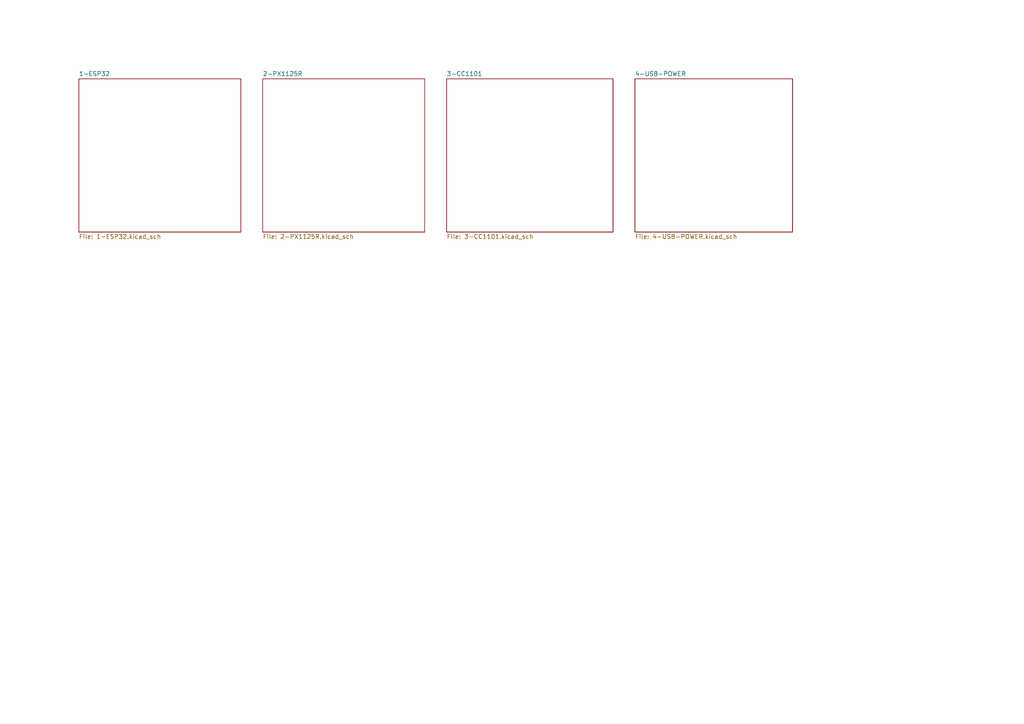
<source format=kicad_sch>
(kicad_sch (version 20211123) (generator eeschema)

  (uuid 96c056ad-cb9d-4deb-9b9f-d1b3f9e5d43b)

  (paper "A4")

  (title_block
    (title "Main")
    (date "2022-08-09")
    (rev "1.0")
    (comment 1 "DRAFT")
  )

  (lib_symbols
  )


  (sheet (at 76.2 22.86) (size 46.99 44.45) (fields_autoplaced)
    (stroke (width 0.1524) (type solid) (color 0 0 0 0))
    (fill (color 0 0 0 0.0000))
    (uuid 38f52161-1333-44b4-9c50-86ae0191c2b0)
    (property "Sheet name" "2-PX1125R" (id 0) (at 76.2 22.1484 0)
      (effects (font (size 1.27 1.27)) (justify left bottom))
    )
    (property "Sheet file" "2-PX1125R.kicad_sch" (id 1) (at 76.2 67.8946 0)
      (effects (font (size 1.27 1.27)) (justify left top))
    )
  )

  (sheet (at 129.54 22.86) (size 48.26 44.45) (fields_autoplaced)
    (stroke (width 0.1524) (type solid) (color 0 0 0 0))
    (fill (color 0 0 0 0.0000))
    (uuid ab41fe6b-a93c-4842-a4d8-c4b6584e1268)
    (property "Sheet name" "3-CC1101" (id 0) (at 129.54 22.1484 0)
      (effects (font (size 1.27 1.27)) (justify left bottom))
    )
    (property "Sheet file" "3-CC1101.kicad_sch" (id 1) (at 129.54 67.8946 0)
      (effects (font (size 1.27 1.27)) (justify left top))
    )
  )

  (sheet (at 184.15 22.86) (size 45.72 44.45) (fields_autoplaced)
    (stroke (width 0.1524) (type solid) (color 0 0 0 0))
    (fill (color 0 0 0 0.0000))
    (uuid b77cd1c4-2a35-48a0-9d36-d58e2c9989fe)
    (property "Sheet name" "4-USB-POWER" (id 0) (at 184.15 22.1484 0)
      (effects (font (size 1.27 1.27)) (justify left bottom))
    )
    (property "Sheet file" "4-USB-POWER.kicad_sch" (id 1) (at 184.15 67.8946 0)
      (effects (font (size 1.27 1.27)) (justify left top))
    )
  )

  (sheet (at 22.86 22.86) (size 46.99 44.45) (fields_autoplaced)
    (stroke (width 0.1524) (type solid) (color 0 0 0 0))
    (fill (color 0 0 0 0.0000))
    (uuid ec87226c-94a8-4d87-8468-25f6cffd35b3)
    (property "Sheet name" "1-ESP32" (id 0) (at 22.86 22.1484 0)
      (effects (font (size 1.27 1.27)) (justify left bottom))
    )
    (property "Sheet file" "1-ESP32.kicad_sch" (id 1) (at 22.86 67.8946 0)
      (effects (font (size 1.27 1.27)) (justify left top))
    )
  )

  (sheet_instances
    (path "/" (page "1"))
    (path "/ec87226c-94a8-4d87-8468-25f6cffd35b3" (page "2"))
    (path "/38f52161-1333-44b4-9c50-86ae0191c2b0" (page "3"))
    (path "/ab41fe6b-a93c-4842-a4d8-c4b6584e1268" (page "4"))
    (path "/b77cd1c4-2a35-48a0-9d36-d58e2c9989fe" (page "5"))
  )

  (symbol_instances
    (path "/38f52161-1333-44b4-9c50-86ae0191c2b0/06e865ad-731a-4d1c-8c81-0b3cabf82c61"
      (reference "#PWR?") (unit 1) (value "VCC") (footprint "")
    )
    (path "/b77cd1c4-2a35-48a0-9d36-d58e2c9989fe/0a87c131-a79a-407d-b614-fa7ad4849c81"
      (reference "#PWR?") (unit 1) (value "GND") (footprint "")
    )
    (path "/ec87226c-94a8-4d87-8468-25f6cffd35b3/0f4802a2-87f9-4cf1-a109-ea8fcf7b9c9b"
      (reference "#PWR?") (unit 1) (value "VCC") (footprint "")
    )
    (path "/38f52161-1333-44b4-9c50-86ae0191c2b0/0f667c05-0dc0-4715-bbd0-775281fa2aed"
      (reference "#PWR?") (unit 1) (value "GND") (footprint "")
    )
    (path "/b77cd1c4-2a35-48a0-9d36-d58e2c9989fe/10ef2eea-d21e-4efa-b5ba-6f7a9aa414d0"
      (reference "#PWR?") (unit 1) (value "+5V_PI") (footprint "")
    )
    (path "/ec87226c-94a8-4d87-8468-25f6cffd35b3/1322a8bf-1da7-41fd-a22a-eed724dbef68"
      (reference "#PWR?") (unit 1) (value "+5V_PI") (footprint "")
    )
    (path "/b77cd1c4-2a35-48a0-9d36-d58e2c9989fe/1c495cb8-38b9-4c18-8233-42ca61cd6d07"
      (reference "#PWR?") (unit 1) (value "GND") (footprint "")
    )
    (path "/ec87226c-94a8-4d87-8468-25f6cffd35b3/1f9066e6-a086-4a14-833d-536bb6e0fc46"
      (reference "#PWR?") (unit 1) (value "GND") (footprint "")
    )
    (path "/b77cd1c4-2a35-48a0-9d36-d58e2c9989fe/308fe9a7-16b5-4e7e-ad50-732e6764d066"
      (reference "#PWR?") (unit 1) (value "GND") (footprint "")
    )
    (path "/b77cd1c4-2a35-48a0-9d36-d58e2c9989fe/30acfc95-c54e-4f60-9078-dc539dcd0190"
      (reference "#PWR?") (unit 1) (value "GND") (footprint "")
    )
    (path "/ab41fe6b-a93c-4842-a4d8-c4b6584e1268/3a7fbaaa-a31f-4a63-8ada-c5c228710797"
      (reference "#PWR?") (unit 1) (value "GND") (footprint "")
    )
    (path "/ec87226c-94a8-4d87-8468-25f6cffd35b3/3e23b7ca-134d-44e2-9b7f-d23951fe28f0"
      (reference "#PWR?") (unit 1) (value "GND") (footprint "")
    )
    (path "/38f52161-1333-44b4-9c50-86ae0191c2b0/42968043-7457-4a0f-a0f6-bb81e701b916"
      (reference "#PWR?") (unit 1) (value "GND") (footprint "")
    )
    (path "/ab41fe6b-a93c-4842-a4d8-c4b6584e1268/45f479b8-3cf7-4e95-8d6e-1ce8af073ac8"
      (reference "#PWR?") (unit 1) (value "GND") (footprint "")
    )
    (path "/b77cd1c4-2a35-48a0-9d36-d58e2c9989fe/47c838df-b329-42e9-9405-1f0e891b40d3"
      (reference "#PWR?") (unit 1) (value "GND") (footprint "")
    )
    (path "/b77cd1c4-2a35-48a0-9d36-d58e2c9989fe/49691bef-a948-4b4e-a7bf-a6663ea88eed"
      (reference "#PWR?") (unit 1) (value "VCC") (footprint "")
    )
    (path "/ab41fe6b-a93c-4842-a4d8-c4b6584e1268/58b821a6-7ac3-4a8e-9527-c2fc91dc3da9"
      (reference "#PWR?") (unit 1) (value "GND") (footprint "")
    )
    (path "/ab41fe6b-a93c-4842-a4d8-c4b6584e1268/5f8dc796-8090-44bb-996e-89556633565b"
      (reference "#PWR?") (unit 1) (value "GND") (footprint "")
    )
    (path "/b77cd1c4-2a35-48a0-9d36-d58e2c9989fe/627fa2a3-221f-472e-8dbe-fc3420141abb"
      (reference "#PWR?") (unit 1) (value "GND") (footprint "")
    )
    (path "/38f52161-1333-44b4-9c50-86ae0191c2b0/7918d191-7d60-4c60-bf53-8f4d2c9b5995"
      (reference "#PWR?") (unit 1) (value "GND") (footprint "")
    )
    (path "/b77cd1c4-2a35-48a0-9d36-d58e2c9989fe/796a7ed8-7aa0-447e-a043-a191d9fe2c43"
      (reference "#PWR?") (unit 1) (value "VCC") (footprint "")
    )
    (path "/b77cd1c4-2a35-48a0-9d36-d58e2c9989fe/956a761c-ec07-4656-b82a-61a4d6ac3a06"
      (reference "#PWR?") (unit 1) (value "VBUS") (footprint "")
    )
    (path "/ec87226c-94a8-4d87-8468-25f6cffd35b3/97080ea4-c4de-471c-8ea7-d7c401432a43"
      (reference "#PWR?") (unit 1) (value "GND") (footprint "")
    )
    (path "/ab41fe6b-a93c-4842-a4d8-c4b6584e1268/9e804ddb-1b2e-46e3-bc76-8a19cc3a3ed6"
      (reference "#PWR?") (unit 1) (value "GND") (footprint "")
    )
    (path "/b77cd1c4-2a35-48a0-9d36-d58e2c9989fe/a04da44a-333b-4633-a5b9-c43096200f2e"
      (reference "#PWR?") (unit 1) (value "VCC") (footprint "")
    )
    (path "/38f52161-1333-44b4-9c50-86ae0191c2b0/a7f2f97e-a935-4581-9633-7771b168c7c1"
      (reference "#PWR?") (unit 1) (value "VCC") (footprint "")
    )
    (path "/b77cd1c4-2a35-48a0-9d36-d58e2c9989fe/b06edd20-4529-4671-8461-169494859b7e"
      (reference "#PWR?") (unit 1) (value "GND") (footprint "")
    )
    (path "/38f52161-1333-44b4-9c50-86ae0191c2b0/b5784328-626c-42d7-9406-0174450e197e"
      (reference "#PWR?") (unit 1) (value "GND") (footprint "")
    )
    (path "/ec87226c-94a8-4d87-8468-25f6cffd35b3/bad47ab8-2df4-4db3-ba87-936329c17348"
      (reference "#PWR?") (unit 1) (value "GND") (footprint "")
    )
    (path "/ab41fe6b-a93c-4842-a4d8-c4b6584e1268/bb74183e-90bc-47ee-a735-c8d6c6db4866"
      (reference "#PWR?") (unit 1) (value "GND") (footprint "")
    )
    (path "/38f52161-1333-44b4-9c50-86ae0191c2b0/bd0722fa-0642-418a-a9e3-6beb5850c67d"
      (reference "#PWR?") (unit 1) (value "GND") (footprint "")
    )
    (path "/b77cd1c4-2a35-48a0-9d36-d58e2c9989fe/c090fbf4-fdf5-4236-bcd9-2dfc6be6e88e"
      (reference "#PWR?") (unit 1) (value "VBUS") (footprint "")
    )
    (path "/ab41fe6b-a93c-4842-a4d8-c4b6584e1268/c233ca3e-f5c4-4e75-b858-bc299d2adc86"
      (reference "#PWR?") (unit 1) (value "GND") (footprint "")
    )
    (path "/ec87226c-94a8-4d87-8468-25f6cffd35b3/c448cff1-ad21-4bee-bc9a-8bf5e8421db0"
      (reference "#PWR?") (unit 1) (value "GND") (footprint "")
    )
    (path "/b77cd1c4-2a35-48a0-9d36-d58e2c9989fe/ca501d75-5688-47da-97c0-1d358243cb38"
      (reference "#PWR?") (unit 1) (value "GND") (footprint "")
    )
    (path "/38f52161-1333-44b4-9c50-86ae0191c2b0/d1c2e1d1-8c72-4dce-b9b4-63b32c4b1040"
      (reference "#PWR?") (unit 1) (value "GND") (footprint "")
    )
    (path "/38f52161-1333-44b4-9c50-86ae0191c2b0/d1e91a7e-8b62-48d4-b10d-4a20d21b9438"
      (reference "#PWR?") (unit 1) (value "GND") (footprint "")
    )
    (path "/38f52161-1333-44b4-9c50-86ae0191c2b0/d200a536-5fd1-4210-8cea-d88e729103ca"
      (reference "#PWR?") (unit 1) (value "GND") (footprint "")
    )
    (path "/ab41fe6b-a93c-4842-a4d8-c4b6584e1268/d34a61ba-f276-4f94-a06d-6bf6968ace4c"
      (reference "#PWR?") (unit 1) (value "GND") (footprint "")
    )
    (path "/b77cd1c4-2a35-48a0-9d36-d58e2c9989fe/d754b37e-18a6-499a-bb91-8c03c06e6e2f"
      (reference "#PWR?") (unit 1) (value "GND") (footprint "")
    )
    (path "/b77cd1c4-2a35-48a0-9d36-d58e2c9989fe/df9db88a-2275-47f6-8805-e6cf72cd3586"
      (reference "#PWR?") (unit 1) (value "VBUS") (footprint "")
    )
    (path "/ab41fe6b-a93c-4842-a4d8-c4b6584e1268/e71291bf-1e3f-4593-ba78-243e7f0946a4"
      (reference "#PWR?") (unit 1) (value "VCC") (footprint "")
    )
    (path "/ab41fe6b-a93c-4842-a4d8-c4b6584e1268/e98eb84a-9edf-4cbf-a0e9-02fcc0908dc2"
      (reference "#PWR?") (unit 1) (value "VCC") (footprint "")
    )
    (path "/38f52161-1333-44b4-9c50-86ae0191c2b0/ed80801e-c1e6-4358-ba23-9391851abf9a"
      (reference "#PWR?") (unit 1) (value "VCC") (footprint "")
    )
    (path "/b77cd1c4-2a35-48a0-9d36-d58e2c9989fe/f8041292-7a1c-4b37-8b8b-b45f10af0ce0"
      (reference "#PWR?") (unit 1) (value "VBUS") (footprint "")
    )
    (path "/38f52161-1333-44b4-9c50-86ae0191c2b0/8bdf04fb-97fa-4692-8af9-fe176c36980e"
      (reference "BT200") (unit 1) (value "ML-621S/DN") (footprint "FP-ML-621S-DN-MFG")
    )
    (path "/ec87226c-94a8-4d87-8468-25f6cffd35b3/2f21e2cf-47e3-4189-8e5f-9f4f2d257c6b"
      (reference "C100") (unit 1) (value "GRM21BR61E106KA73L") (footprint "FP-GRM21B-0_15-IPC_C")
    )
    (path "/ec87226c-94a8-4d87-8468-25f6cffd35b3/993ca769-1147-4cb5-bbf6-f92eb1b1cd1a"
      (reference "C101") (unit 1) (value "C0805C104K5RACTU") (footprint "FP-C0805C-DN-MFG")
    )
    (path "/ec87226c-94a8-4d87-8468-25f6cffd35b3/4a5c5146-8178-4664-9742-548f7794e592"
      (reference "C102") (unit 1) (value "C0805C104K5RACTU") (footprint "FP-C0805C-DN-MFG")
    )
    (path "/ec87226c-94a8-4d87-8468-25f6cffd35b3/2e038c21-8e67-4065-ad74-4f84b3471e56"
      (reference "C103") (unit 1) (value "C0805C104K5RACTU") (footprint "FP-C0805C-DN-MFG")
    )
    (path "/38f52161-1333-44b4-9c50-86ae0191c2b0/7533c346-21b4-4228-86e9-98658cc1828c"
      (reference "C200") (unit 1) (value "GRM21BR61E106KA73L") (footprint "FP-GRM21B-0_15-IPC_C")
    )
    (path "/38f52161-1333-44b4-9c50-86ae0191c2b0/9a5a2b3c-1928-4c77-a5a6-d786302ce5a1"
      (reference "C201") (unit 1) (value "C0805C104K5RACTU") (footprint "FP-C0805C-DN-MFG")
    )
    (path "/38f52161-1333-44b4-9c50-86ae0191c2b0/bfefd687-a6a4-40a4-9e96-e48c58f78fca"
      (reference "C202") (unit 1) (value "C0805C104K5RACTU") (footprint "FP-C0805C-DN-MFG")
    )
    (path "/38f52161-1333-44b4-9c50-86ae0191c2b0/11b3fb54-b619-4083-abb9-6e4df5e8be2b"
      (reference "C203") (unit 1) (value "GRM21BR61E106KA73L") (footprint "FP-GRM21B-0_15-IPC_C")
    )
    (path "/38f52161-1333-44b4-9c50-86ae0191c2b0/385bca4c-44eb-4706-8349-3a69c4f73a69"
      (reference "C204") (unit 1) (value "C0805C104K5RACTU") (footprint "FP-C0805C-DN-MFG")
    )
    (path "/ab41fe6b-a93c-4842-a4d8-c4b6584e1268/659c414f-209f-4079-9814-daa92196dd25"
      (reference "C300") (unit 1) (value "GRM21BR61E106KA73L") (footprint "FP-GRM21B-0_15-IPC_C")
    )
    (path "/ab41fe6b-a93c-4842-a4d8-c4b6584e1268/fbd4129b-f385-4259-afc0-b8ae130f79dd"
      (reference "C301") (unit 1) (value "C0805C104K5RACTU") (footprint "FP-C0805C-DN-MFG")
    )
    (path "/ab41fe6b-a93c-4842-a4d8-c4b6584e1268/e81047b5-6186-4092-8e28-6fdda0063cf8"
      (reference "C302") (unit 1) (value "C0805C104K5RACTU") (footprint "FP-C0805C-DN-MFG")
    )
    (path "/ab41fe6b-a93c-4842-a4d8-c4b6584e1268/cc689eb9-b75d-434f-a8b9-f4f08534d087"
      (reference "C303") (unit 1) (value "GRM1555C1H101JA01D") (footprint "CAPC1005X55X25ML05T10")
    )
    (path "/ab41fe6b-a93c-4842-a4d8-c4b6584e1268/42e3b523-02f7-4cbe-bfd4-72eb8352aac0"
      (reference "C304") (unit 1) (value "GRM1555C1H1R8CA01D") (footprint "CAPC1005X55X25ML05T10")
    )
    (path "/ab41fe6b-a93c-4842-a4d8-c4b6584e1268/4d24b046-50ca-4dc2-8c9a-cb4e583f80be"
      (reference "C305") (unit 1) (value "C0805C104K5RACTU") (footprint "FP-C0805C-DN-MFG")
    )
    (path "/ab41fe6b-a93c-4842-a4d8-c4b6584e1268/23f8f76a-6f40-4295-9aa2-7864f9fbd6cf"
      (reference "C306") (unit 1) (value "C0805C104K5RACTU") (footprint "FP-C0805C-DN-MFG")
    )
    (path "/ab41fe6b-a93c-4842-a4d8-c4b6584e1268/2bcd6cc1-803a-4b13-b3c8-61fafc3ac181"
      (reference "C307") (unit 1) (value "GRM1555C1H270JA01D") (footprint "CAPC1005X55X25LL05T10")
    )
    (path "/ab41fe6b-a93c-4842-a4d8-c4b6584e1268/46a9c3d5-1dbf-4c90-9449-2cd436a63189"
      (reference "C308") (unit 1) (value "GRM1555C1H270JA01D") (footprint "CAPC1005X55X25LL05T10")
    )
    (path "/b77cd1c4-2a35-48a0-9d36-d58e2c9989fe/3bcd69f2-6342-4e37-b96a-a09a3f874f1a"
      (reference "C400") (unit 1) (value "GRM21BR61E106KA73L") (footprint "FP-GRM21B-0_15-IPC_C")
    )
    (path "/b77cd1c4-2a35-48a0-9d36-d58e2c9989fe/f49ad232-5ba3-494f-a776-f12c1a7e6b6f"
      (reference "C401") (unit 1) (value "C0805C104K5RACTU") (footprint "FP-C0805C-DN-MFG")
    )
    (path "/b77cd1c4-2a35-48a0-9d36-d58e2c9989fe/3241ecee-d072-4119-a108-ca9c288bcb00"
      (reference "C402") (unit 1) (value "GRM21BR61E106KA73L") (footprint "FP-GRM21B-0_15-IPC_C")
    )
    (path "/b77cd1c4-2a35-48a0-9d36-d58e2c9989fe/16810d7e-06fe-42d1-bb4c-359ac9f49149"
      (reference "C403") (unit 1) (value "C0805C104K5RACTU") (footprint "FP-C0805C-DN-MFG")
    )
    (path "/b77cd1c4-2a35-48a0-9d36-d58e2c9989fe/0882cf32-5435-4a3b-a950-4f26fabe997d"
      (reference "C404") (unit 1) (value "GRM21BR61E106KA73L") (footprint "FP-GRM21B-0_15-IPC_C")
    )
    (path "/b77cd1c4-2a35-48a0-9d36-d58e2c9989fe/7f31cd28-0afd-49b1-ab77-4c96da2d3e3b"
      (reference "C405") (unit 1) (value "C0805C104K5RACTU") (footprint "FP-C0805C-DN-MFG")
    )
    (path "/b77cd1c4-2a35-48a0-9d36-d58e2c9989fe/b8b9441d-7231-4450-9dcb-447f8bc6e54d"
      (reference "C406") (unit 1) (value "C0805C104K5RACTU") (footprint "FP-C0805C-DN-MFG")
    )
    (path "/b77cd1c4-2a35-48a0-9d36-d58e2c9989fe/2e42338f-2c28-41af-b205-311cdd06e7c5"
      (reference "C407") (unit 1) (value "C0805C104K5RACTU") (footprint "FP-C0805C-DN-MFG")
    )
    (path "/b77cd1c4-2a35-48a0-9d36-d58e2c9989fe/30ebd78b-8282-42d8-9414-e71a35533e43"
      (reference "C408") (unit 1) (value "GRM21BR61E106KA73L") (footprint "FP-GRM21B-0_15-IPC_C")
    )
    (path "/38f52161-1333-44b4-9c50-86ae0191c2b0/49523d9c-bf4d-4f96-aef1-5d2ff877cc8c"
      (reference "D200") (unit 1) (value "BAT54C,215") (footprint "FP-SOT23-MFG")
    )
    (path "/b77cd1c4-2a35-48a0-9d36-d58e2c9989fe/632c070b-b8a6-47e4-8607-fa7487e63896"
      (reference "D400") (unit 1) (value "BAT54C,215") (footprint "FP-SOT23-MFG")
    )
    (path "/b77cd1c4-2a35-48a0-9d36-d58e2c9989fe/53ace1ca-a314-47e3-85eb-5b4168a82753"
      (reference "D401") (unit 1) (value "USBLC6-2SC6") (footprint "STM-SOT23-6L_V")
    )
    (path "/ec87226c-94a8-4d87-8468-25f6cffd35b3/2de4b444-0f3b-4786-9a7d-aa8f4af24996"
      (reference "J100") (unit 1) (value "61304021121") (footprint "61304021121")
    )
    (path "/38f52161-1333-44b4-9c50-86ae0191c2b0/7eac0f6c-cae0-48dc-9b07-ad18298249de"
      (reference "J200") (unit 1) (value "SMA-J-P-H-ST-EM1") (footprint "FP-SMA-J-P-H-ST-EM1-MFG")
    )
    (path "/ab41fe6b-a93c-4842-a4d8-c4b6584e1268/3439c7c6-3dd7-404d-8e91-ca5cac296019"
      (reference "J300") (unit 1) (value "SMA-J-P-H-ST-EM1") (footprint "FP-SMA-J-P-H-ST-EM1-MFG")
    )
    (path "/b77cd1c4-2a35-48a0-9d36-d58e2c9989fe/bfa9eab2-049f-4d0d-86d5-18815d96a4b7"
      (reference "J400") (unit 1) (value "629722000214") (footprint "629722000214")
    )
    (path "/ab41fe6b-a93c-4842-a4d8-c4b6584e1268/88a52d53-7888-4116-a8c9-65c18f2cbe3d"
      (reference "L300") (unit 1) (value "0896BM15A0001E") (footprint "FP-0896BM15A0001E-MFG")
    )
    (path "/ab41fe6b-a93c-4842-a4d8-c4b6584e1268/39228a3e-69c8-41a6-a727-b3c04c1abdd0"
      (reference "L301") (unit 1) (value "LQG15HN5N6S02D") (footprint "FP-LQG15HH_02-IPC_A")
    )
    (path "/b77cd1c4-2a35-48a0-9d36-d58e2c9989fe/2ab890bf-3839-4021-9eb1-d0d8492eaa8b"
      (reference "L400") (unit 1) (value "CBC3225T100MR") (footprint "FP-CB3225-IPC_A")
    )
    (path "/38f52161-1333-44b4-9c50-86ae0191c2b0/a9372440-f785-4f39-8e36-6e344ed4d762"
      (reference "LED200") (unit 1) (value "150080RS75000") (footprint "0805_A")
    )
    (path "/38f52161-1333-44b4-9c50-86ae0191c2b0/5966645d-709c-4e9e-8e67-d010a5b8ccdc"
      (reference "LED201") (unit 1) (value "150080RS75000") (footprint "0805_A")
    )
    (path "/b77cd1c4-2a35-48a0-9d36-d58e2c9989fe/a035028f-f557-4ed9-8143-6e2267c52712"
      (reference "LED400") (unit 1) (value "150080RS75000") (footprint "0805_A")
    )
    (path "/ec87226c-94a8-4d87-8468-25f6cffd35b3/93940051-da08-4b33-8c33-be49df5e1871"
      (reference "MD100") (unit 1) (value "ESP32-WROOM-32") (footprint "FP-ESP32-WROOM-32-MFG")
    )
    (path "/ec87226c-94a8-4d87-8468-25f6cffd35b3/76200a1d-ce48-486c-8138-8b70a42b5345"
      (reference "P100") (unit 1) (value "61300621121") (footprint "61300621121")
    )
    (path "/ec87226c-94a8-4d87-8468-25f6cffd35b3/05468358-ac2e-4641-b9e8-fe645f221eef"
      (reference "P101") (unit 1) (value "61300621121") (footprint "61300621121")
    )
    (path "/b77cd1c4-2a35-48a0-9d36-d58e2c9989fe/87ebf58d-0b7f-444f-b67f-c6a4c6d21b80"
      (reference "Q400") (unit 1) (value "SS8050-G") (footprint "FP-SS8050-G-MFG")
    )
    (path "/b77cd1c4-2a35-48a0-9d36-d58e2c9989fe/eadbab78-e623-4386-b849-be91b4b889b1"
      (reference "Q401") (unit 1) (value "SS8050-G") (footprint "FP-SS8050-G-MFG")
    )
    (path "/ec87226c-94a8-4d87-8468-25f6cffd35b3/614051bb-a924-4222-96ec-1da0da9d7d7c"
      (reference "R100") (unit 1) (value "RC0805FR-071KL") (footprint "RESC2013X60X35ML10T20")
    )
    (path "/ec87226c-94a8-4d87-8468-25f6cffd35b3/eb85ea31-951b-4117-83cd-1096b86a55ec"
      (reference "R101") (unit 1) (value "RC0805FR-071KL") (footprint "RESC2013X60X35ML10T20")
    )
    (path "/ec87226c-94a8-4d87-8468-25f6cffd35b3/333341e7-4d07-4629-91c6-c3aa4fa50872"
      (reference "R102") (unit 1) (value "RC0805FR-071KL") (footprint "RESC2013X60X35ML10T20")
    )
    (path "/ec87226c-94a8-4d87-8468-25f6cffd35b3/e093a6eb-56b2-4eb6-8c70-9f78f3bfea38"
      (reference "R103") (unit 1) (value "RC0805FR-071KL") (footprint "RESC2013X60X35ML10T20")
    )
    (path "/ec87226c-94a8-4d87-8468-25f6cffd35b3/fec83e07-db49-41fa-bd20-aec6b0b07fdd"
      (reference "R104") (unit 1) (value "RC0805FR-071KL") (footprint "RESC2013X60X35ML10T20")
    )
    (path "/38f52161-1333-44b4-9c50-86ae0191c2b0/d18423a1-0243-4d13-8458-eed88443e290"
      (reference "R200") (unit 1) (value "CRGCQ0805F390R") (footprint "FP-CRGCQ0805-IPC_C")
    )
    (path "/38f52161-1333-44b4-9c50-86ae0191c2b0/2d816a63-0df3-496f-85d4-648906d30629"
      (reference "R201") (unit 1) (value "RC0805FR-071KL") (footprint "RESC2013X60X35ML10T20")
    )
    (path "/38f52161-1333-44b4-9c50-86ae0191c2b0/8de7c5c0-7a68-45d3-b213-bb36dea61516"
      (reference "R202") (unit 1) (value "RC0805FR-071KL") (footprint "RESC2013X60X35ML10T20")
    )
    (path "/38f52161-1333-44b4-9c50-86ae0191c2b0/f290d28c-8462-4272-8e8a-10463e91baa8"
      (reference "R203") (unit 1) (value "RC0805FR-071KL") (footprint "RESC2013X60X35ML10T20")
    )
    (path "/38f52161-1333-44b4-9c50-86ae0191c2b0/1a8e7f6d-ea1c-4c53-9020-9d41e4940495"
      (reference "R204") (unit 1) (value "RC0805FR-071KL") (footprint "RESC2013X60X35ML10T20")
    )
    (path "/ab41fe6b-a93c-4842-a4d8-c4b6584e1268/4b25d67d-3767-4f6d-a8c1-750a96c32ad1"
      (reference "R300") (unit 1) (value "CRCW040256K0FKED") (footprint "RESC1005X40X25LL05T05")
    )
    (path "/b77cd1c4-2a35-48a0-9d36-d58e2c9989fe/98a22c90-350f-435a-8d80-4f5867cb0bd5"
      (reference "R400") (unit 1) (value "ERA6AEB512V") (footprint "RESC2013X60X40LL20T25")
    )
    (path "/b77cd1c4-2a35-48a0-9d36-d58e2c9989fe/c907f5e5-318b-482e-a06f-56a96ba66838"
      (reference "R401") (unit 1) (value "ERA6AEB512V") (footprint "RESC2013X60X40LL20T25")
    )
    (path "/b77cd1c4-2a35-48a0-9d36-d58e2c9989fe/964ee8d6-ac84-487a-a34c-25c174be61e1"
      (reference "R402") (unit 1) (value "ERA6AEB512V") (footprint "RESC2013X60X40LL20T25")
    )
    (path "/b77cd1c4-2a35-48a0-9d36-d58e2c9989fe/34ec8294-3b09-408f-afd7-d0630ce755c2"
      (reference "R403") (unit 1) (value "ERA6AEB512V") (footprint "RESC2013X60X40LL20T25")
    )
    (path "/b77cd1c4-2a35-48a0-9d36-d58e2c9989fe/ea2c3f40-382a-4170-a82d-a936f7cf5d97"
      (reference "R404") (unit 1) (value "ERA6AEB512V") (footprint "RESC2013X60X40LL20T25")
    )
    (path "/b77cd1c4-2a35-48a0-9d36-d58e2c9989fe/4d3fb718-96e2-4adb-91e9-88522c21d5ff"
      (reference "R405") (unit 1) (value "ERJ-6ENF2212V") (footprint "RESC2013X70X40NL20T20")
    )
    (path "/b77cd1c4-2a35-48a0-9d36-d58e2c9989fe/00f720ed-c587-4d21-b0f8-550745f5a5b2"
      (reference "R406") (unit 1) (value "CRCW080547K5FKEA") (footprint "FP-CRCW0805-e3-IPC_A")
    )
    (path "/b77cd1c4-2a35-48a0-9d36-d58e2c9989fe/a7ee858e-9524-4bfd-8f22-1023c6874252"
      (reference "R407") (unit 1) (value "RC0805FR-071KL") (footprint "RESC2013X60X35ML10T20")
    )
    (path "/38f52161-1333-44b4-9c50-86ae0191c2b0/2aeef7bb-fe4a-4534-84aa-511a0f31b9ca"
      (reference "U200") (unit 1) (value "PX1125R") (footprint "PX1125R")
    )
    (path "/ab41fe6b-a93c-4842-a4d8-c4b6584e1268/bb15b5d7-8344-41b9-86ca-d5e8ecfbb47a"
      (reference "U300") (unit 1) (value "CC1100ERTKR") (footprint "FP-RTK0020B-MFG")
    )
    (path "/b77cd1c4-2a35-48a0-9d36-d58e2c9989fe/24d253ab-5db8-46b2-befd-51f2b3e4063f"
      (reference "U400") (unit 1) (value "LDL1117S33R") (footprint "FP-SOT223-0046067-IPC_C")
    )
    (path "/b77cd1c4-2a35-48a0-9d36-d58e2c9989fe/9628ea66-7352-4094-9b69-cb42d549c661"
      (reference "U401") (unit 1) (value "CP2102N-A01-GQFN24") (footprint "SLAB-QFN-24-2550x2550TP_A_V")
    )
    (path "/ab41fe6b-a93c-4842-a4d8-c4b6584e1268/b2069cb2-71f4-4bac-98da-e981deafc0fd"
      (reference "Y300") (unit 1) (value "ABM8-26.000MHZ-10-1-U-T") (footprint "FP-ABM8-MFG")
    )
  )
)

</source>
